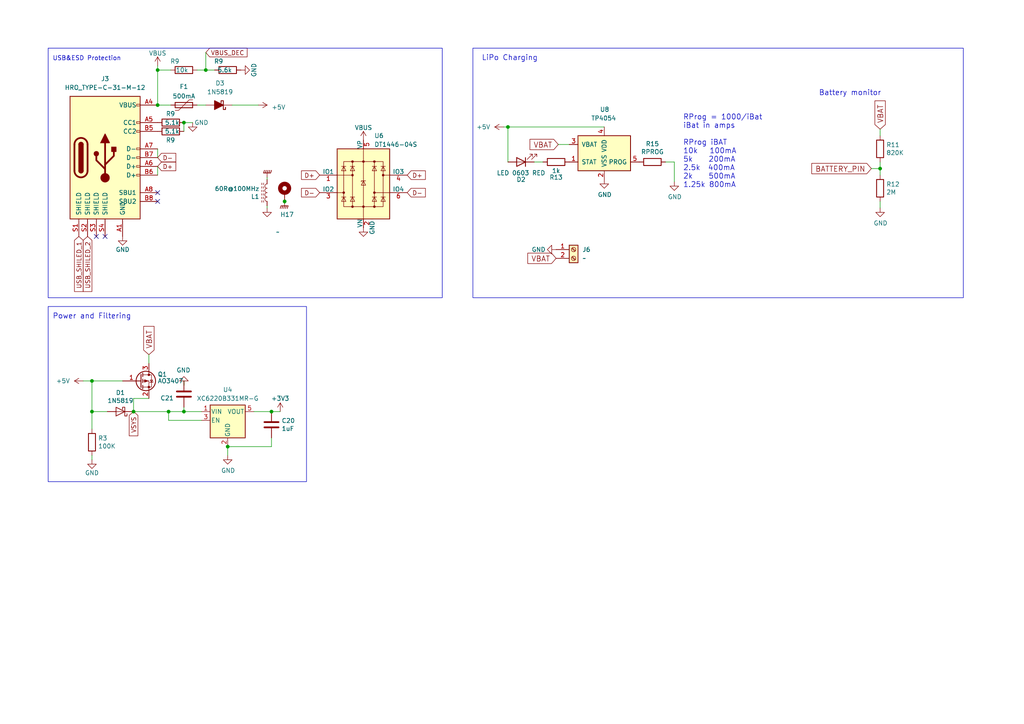
<source format=kicad_sch>
(kicad_sch (version 20230121) (generator eeschema)
  (paper "A4")
  (lib_symbols
    (symbol "Battery_Management:MCP73832-2-OT" (pin_names (offset 1.016))
      (property "Reference" "U" (at -7.62 6.35 0))
      (property "Value" "MCP73832-2-OT" (at 1.27 6.35 0))
      (symbol "MCP73832-2-OT_0_1"
        (rectangle (start -7.62 5.08) (end 7.62 -5.08) (stroke (width 0.254)) (fill (type background)))
      )
      (symbol "MCP73832-2-OT_1_1"
        (pin output line (at 10.16 -2.54 180) (length 2.54) (name "STAT") (number "1"))
        (pin power_in line (at 0 -7.62 90) (length 2.54) (name "VSS") (number "2"))
        (pin power_out line (at 10.16 2.54 180) (length 2.54) (name "VBAT") (number "3"))
        (pin power_in line (at 0 7.62 270) (length 2.54) (name "VDD") (number "4"))
        (pin input line (at -10.16 -2.54 0) (length 2.54) (name "PROG") (number "5"))
      )
    )
    (symbol "Connector:Screw_Terminal_01x02" (pin_names (offset 1.016) hide)
      (property "Reference" "J" (at 0 2.54 0))
      (property "Value" "Screw_Terminal_01x02" (at 0 -5.08 0))
      (symbol "Screw_Terminal_01x02_1_1"
        (rectangle (start -1.27 1.27) (end 1.27 -3.81) (stroke (width 0.254)) (fill (type background)))
        (circle (center 0 -2.54) (radius 0.635) (stroke (width 0.1524)))
        (polyline (pts (xy -0.5334 -2.2098) (xy 0.3302 -3.048)) (stroke (width 0.1524)))
        (polyline (pts (xy -0.5334 0.3302) (xy 0.3302 -0.508)) (stroke (width 0.1524)))
        (polyline (pts (xy -0.3556 -2.032) (xy 0.508 -2.8702)) (stroke (width 0.1524)))
        (polyline (pts (xy -0.3556 0.508) (xy 0.508 -0.3302)) (stroke (width 0.1524)))
        (circle (center 0 0) (radius 0.635) (stroke (width 0.1524)))
        (pin passive line (at -5.08 0 0) (length 3.81) (name "Pin_1") (number "1"))
        (pin passive line (at -5.08 -2.54 0) (length 3.81) (name "Pin_2") (number "2"))
      )
    )
    (symbol "Device:C" (pin_numbers hide) (pin_names (offset 0.254))
      (property "Reference" "C" (at 0.635 2.54 0))
      (property "Value" "C" (at 0.635 -2.54 0))
      (symbol "C_0_1"
        (polyline (pts (xy -2.032 -0.762) (xy 2.032 -0.762)) (stroke (width 0.508)))
        (polyline (pts (xy -2.032 0.762) (xy 2.032 0.762)) (stroke (width 0.508)))
      )
      (symbol "C_1_1"
        (pin passive line (at 0 3.81 270) (length 2.794) (name "~") (number "1"))
        (pin passive line (at 0 -3.81 90) (length 2.794) (name "~") (number "2"))
      )
    )
    (symbol "Device:LED" (pin_numbers hide) (pin_names (offset 1.016) hide)
      (property "Reference" "D" (at 0 2.54 0))
      (property "Value" "LED" (at 0 -2.54 0))
      (symbol "LED_0_1"
        (polyline (pts (xy -1.27 -1.27) (xy -1.27 1.27)) (stroke (width 0.254)))
        (polyline (pts (xy -1.27 0) (xy 1.27 0)))
        (polyline (pts (xy 1.27 -1.27) (xy 1.27 1.27) (xy -1.27 0) (xy 1.27 -1.27)) (stroke (width 0.254)))
        (polyline (pts (xy -3.048 -0.762) (xy -4.572 -2.286) (xy -3.81 -2.286) (xy -4.572 -2.286) (xy -4.572 -1.524)))
        (polyline (pts (xy -1.778 -0.762) (xy -3.302 -2.286) (xy -2.54 -2.286) (xy -3.302 -2.286) (xy -3.302 -1.524)))
      )
      (symbol "LED_1_1"
        (pin passive line (at -3.81 0 0) (length 2.54) (name "K") (number "1"))
        (pin passive line (at 3.81 0 180) (length 2.54) (name "A") (number "2"))
      )
    )
    (symbol "Device:Polyfuse" (pin_numbers hide) (pin_names (offset 0))
      (property "Reference" "F" (at -2.54 0 90))
      (property "Value" "Polyfuse" (at 2.54 0 90))
      (symbol "Polyfuse_0_1"
        (rectangle (start -0.762 2.54) (end 0.762 -2.54) (stroke (width 0.254)))
        (polyline (pts (xy 0 2.54) (xy 0 -2.54)))
        (polyline (pts (xy -1.524 2.54) (xy -1.524 1.524) (xy 1.524 -1.524) (xy 1.524 -2.54)))
      )
      (symbol "Polyfuse_1_1"
        (pin passive line (at 0 3.81 270) (length 1.27) (name "~") (number "1"))
        (pin passive line (at 0 -3.81 90) (length 1.27) (name "~") (number "2"))
      )
    )
    (symbol "Device:R" (pin_numbers hide) (pin_names (offset 0))
      (property "Reference" "R" (at 2.032 0 90))
      (property "Value" "R" (at 0 0 90))
      (symbol "R_0_1"
        (rectangle (start -1.016 -2.54) (end 1.016 2.54) (stroke (width 0.254)))
      )
      (symbol "R_1_1"
        (pin passive line (at 0 3.81 270) (length 1.27) (name "~") (number "1"))
        (pin passive line (at 0 -3.81 90) (length 1.27) (name "~") (number "2"))
      )
    )
    (symbol "GNDPWR_1" (power) (pin_numbers hide) (pin_names (offset 0) hide)
      (property "Value" "GNDPWR_1" (at 0 -3.302 0))
      (symbol "GNDPWR_1_0_1"
        (polyline (pts (xy 0 -1.27) (xy 0 0)))
        (polyline (pts (xy -1.016 -1.27) (xy -1.27 -2.032) (xy -1.27 -2.032)) (stroke (width 0.2032)))
        (polyline (pts (xy -0.508 -1.27) (xy -0.762 -2.032) (xy -0.762 -2.032)) (stroke (width 0.2032)))
        (polyline (pts (xy 0 -1.27) (xy -0.254 -2.032) (xy -0.254 -2.032)) (stroke (width 0.2032)))
        (polyline (pts (xy 0.508 -1.27) (xy 0.254 -2.032) (xy 0.254 -2.032)) (stroke (width 0.2032)))
        (polyline (pts (xy 1.016 -1.27) (xy -1.016 -1.27) (xy -1.016 -1.27)) (stroke (width 0.2032)))
        (polyline (pts (xy 1.016 -1.27) (xy 0.762 -2.032) (xy 0.762 -2.032) (xy 0.762 -2.032)) (stroke (width 0.2032)))
      )
      (symbol "GNDPWR_1_1_1"
        (pin power_in line (at 0 0 270) (length 0) hide (name "GNDPWR") (number "1"))
      )
    )
    (symbol "GND_1" (power) (pin_numbers hide) (pin_names (offset 0) hide)
      (property "Value" "GND_1" (at 0 -3.81 0))
      (symbol "GND_1_0_1"
        (polyline (pts (xy 0 0) (xy 0 -1.27) (xy 1.27 -1.27) (xy 0 -2.54) (xy -1.27 -1.27) (xy 0 -1.27)))
      )
      (symbol "GND_1_1_1"
        (pin power_in line (at 0 0 270) (length 0) hide (name "GND") (number "1"))
      )
    )
    (symbol "Mechanical:MountingHole_Pad" (pin_numbers hide) (pin_names (offset 1.016) hide)
      (property "Reference" "H" (at 0 6.35 0))
      (property "Value" "MountingHole_Pad" (at 0 4.445 0))
      (symbol "MountingHole_Pad_0_1"
        (circle (center 0 1.27) (radius 1.27) (stroke (width 1.27)))
      )
      (symbol "MountingHole_Pad_1_1"
        (pin input line (at 0 -2.54 90) (length 2.54) (name "1") (number "1"))
      )
    )
    (symbol "PCM_Diode_Schottky_AKL:1N5818" (pin_numbers hide) (pin_names (offset 1.016) hide)
      (property "Reference" "D" (at 0 5.08 0))
      (property "Value" "1N5818" (at 0 2.54 0))
      (symbol "1N5818_0_1"
        (polyline (pts (xy -1.27 0) (xy 1.27 0)))
        (polyline (pts (xy -1.27 -1.27) (xy -1.27 1.27) (xy 1.27 0) (xy -1.27 -1.27)) (stroke (width 0.254)) (fill (type outline)))
        (polyline (pts (xy 1.905 -0.635) (xy 1.905 -1.27) (xy 1.27 -1.27) (xy 1.27 1.27) (xy 0.635 1.27) (xy 0.635 0.635)) (stroke (width 0.254)))
      )
      (symbol "1N5818_1_1"
        (pin passive line (at 3.81 0 180) (length 2.54) (name "K") (number "1"))
        (pin passive line (at -3.81 0 0) (length 2.54) (name "A") (number "2"))
      )
    )
    (symbol "Power_Protection:SRV05-4" (pin_names (offset 0))
      (property "Reference" "U" (at -5.08 11.43 0))
      (property "Value" "SRV05-4" (at 2.54 11.43 0))
      (symbol "SRV05-4_0_0"
        (rectangle (start -5.715 6.477) (end 5.715 -6.604))
        (polyline (pts (xy -3.175 -6.604) (xy -3.175 6.477)))
        (polyline (pts (xy 3.175 6.477) (xy 3.175 -6.604)))
      )
      (symbol "SRV05-4_0_1"
        (rectangle (start -7.62 10.16) (end 7.62 -10.16) (stroke (width 0.254)) (fill (type background)))
        (circle (center -5.715 -2.54) (radius 0.2794) (fill (type outline)))
        (circle (center -3.175 -6.604) (radius 0.2794) (fill (type outline)))
        (circle (center -3.175 2.54) (radius 0.2794) (fill (type outline)))
        (circle (center -3.175 6.477) (radius 0.2794) (fill (type outline)))
        (circle (center 0 -6.604) (radius 0.2794) (fill (type outline)))
        (polyline (pts (xy -7.747 2.54) (xy -3.175 2.54)))
        (polyline (pts (xy -7.62 -2.54) (xy -5.715 -2.54)))
        (polyline (pts (xy -5.08 -3.81) (xy -6.35 -3.81)))
        (polyline (pts (xy -5.08 5.08) (xy -6.35 5.08)))
        (polyline (pts (xy -2.54 -3.81) (xy -3.81 -3.81)))
        (polyline (pts (xy -2.54 5.08) (xy -3.81 5.08)))
        (polyline (pts (xy 0 10.16) (xy 0 -10.16)))
        (polyline (pts (xy 3.81 -3.81) (xy 2.54 -3.81)))
        (polyline (pts (xy 3.81 5.08) (xy 2.54 5.08)))
        (polyline (pts (xy 6.35 -3.81) (xy 5.08 -3.81)))
        (polyline (pts (xy 6.35 5.08) (xy 5.08 5.08)))
        (polyline (pts (xy 7.62 -2.54) (xy 3.175 -2.54)))
        (polyline (pts (xy 7.62 2.54) (xy 5.715 2.54)))
        (polyline (pts (xy 0.635 0.889) (xy -0.635 0.889) (xy -0.635 0.635)))
        (polyline (pts (xy -5.08 -5.08) (xy -6.35 -5.08) (xy -5.715 -3.81) (xy -5.08 -5.08)))
        (polyline (pts (xy -5.08 3.81) (xy -6.35 3.81) (xy -5.715 5.08) (xy -5.08 3.81)))
        (polyline (pts (xy -2.54 -5.08) (xy -3.81 -5.08) (xy -3.175 -3.81) (xy -2.54 -5.08)))
        (polyline (pts (xy -2.54 3.81) (xy -3.81 3.81) (xy -3.175 5.08) (xy -2.54 3.81)))
        (polyline (pts (xy 0.635 -0.381) (xy -0.635 -0.381) (xy 0 0.889) (xy 0.635 -0.381)))
        (polyline (pts (xy 3.81 -5.08) (xy 2.54 -5.08) (xy 3.175 -3.81) (xy 3.81 -5.08)))
        (polyline (pts (xy 3.81 3.81) (xy 2.54 3.81) (xy 3.175 5.08) (xy 3.81 3.81)))
        (polyline (pts (xy 6.35 -5.08) (xy 5.08 -5.08) (xy 5.715 -3.81) (xy 6.35 -5.08)))
        (polyline (pts (xy 6.35 3.81) (xy 5.08 3.81) (xy 5.715 5.08) (xy 6.35 3.81)))
        (circle (center 0 6.477) (radius 0.2794) (fill (type outline)))
        (circle (center 3.175 -6.604) (radius 0.2794) (fill (type outline)))
        (circle (center 3.175 -2.54) (radius 0.2794) (fill (type outline)))
        (circle (center 3.175 6.477) (radius 0.2794) (fill (type outline)))
        (circle (center 5.715 2.54) (radius 0.2794) (fill (type outline)))
      )
      (symbol "SRV05-4_1_1"
        (pin passive line (at -12.7 2.54 0) (length 5.08) (name "IO1") (number "1"))
        (pin passive line (at 0 -12.7 90) (length 2.54) (name "VN") (number "2"))
        (pin passive line (at -12.7 -2.54 0) (length 5.08) (name "IO2") (number "3"))
        (pin passive line (at 12.7 2.54 180) (length 5.08) (name "IO3") (number "4"))
        (pin passive line (at 0 12.7 270) (length 2.54) (name "VP") (number "5"))
        (pin passive line (at 12.7 -2.54 180) (length 5.08) (name "IO4") (number "6"))
      )
    )
    (symbol "Regulator_Linear:AP2112K-3.3" (pin_names (offset 0.254))
      (property "Reference" "U" (at -5.08 5.715 0))
      (property "Value" "AP2112K-3.3" (at 0 5.715 0))
      (symbol "AP2112K-3.3_0_1"
        (rectangle (start -5.08 4.445) (end 5.08 -5.08) (stroke (width 0.254)) (fill (type background)))
      )
      (symbol "AP2112K-3.3_1_1"
        (pin power_in line (at -7.62 2.54 0) (length 2.54) (name "VIN") (number "1"))
        (pin power_in line (at 0 -7.62 90) (length 2.54) (name "GND") (number "2"))
        (pin input line (at -7.62 0 0) (length 2.54) (name "EN") (number "3"))
        (pin no_connect line (at 5.08 0 180) (length 2.54) hide (name "NC") (number "4"))
        (pin power_out line (at 7.62 2.54 180) (length 2.54) (name "VOUT") (number "5"))
      )
    )
    (symbol "Unified-Daughterboard-rescue:L_Core_Ferrite-Device" (pin_numbers hide) (pin_names (offset 1.016) hide)
      (property "Reference" "L" (at -1.27 0 90))
      (property "Value" "L_Core_Ferrite-Device" (at 2.794 0 90))
      (symbol "L_Core_Ferrite-Device_0_1"
        (arc (start 0 -2.54) (mid 0.6323 -1.905) (end 0 -1.27))
        (arc (start 0 -1.27) (mid 0.6323 -0.635) (end 0 0))
        (polyline (pts (xy 1.016 -2.794) (xy 1.016 -2.286)))
        (polyline (pts (xy 1.016 -1.778) (xy 1.016 -1.27)))
        (polyline (pts (xy 1.016 -0.762) (xy 1.016 -0.254)))
        (polyline (pts (xy 1.016 0.254) (xy 1.016 0.762)))
        (polyline (pts (xy 1.016 1.27) (xy 1.016 1.778)))
        (polyline (pts (xy 1.016 2.286) (xy 1.016 2.794)))
        (polyline (pts (xy 1.524 -2.286) (xy 1.524 -2.794)))
        (polyline (pts (xy 1.524 -1.27) (xy 1.524 -1.778)))
        (polyline (pts (xy 1.524 -0.254) (xy 1.524 -0.762)))
        (polyline (pts (xy 1.524 0.762) (xy 1.524 0.254)))
        (polyline (pts (xy 1.524 1.778) (xy 1.524 1.27)))
        (polyline (pts (xy 1.524 2.794) (xy 1.524 2.286)))
        (arc (start 0 0) (mid 0.6323 0.635) (end 0 1.27))
        (arc (start 0 1.27) (mid 0.6323 1.905) (end 0 2.54))
      )
      (symbol "L_Core_Ferrite-Device_1_1"
        (pin passive line (at 0 3.81 270) (length 1.27) (name "1") (number "1"))
        (pin passive line (at 0 -3.81 90) (length 1.27) (name "2") (number "2"))
      )
    )
    (symbol "ec_parts:USB_C_Receptacle_USB2.0" (pin_names (offset 1.016))
      (property "Reference" "J3" (at 0 19.05 0))
      (property "Value" "HRO_TYPE-C-31-M-12" (at 0 20.32 0))
      (symbol "USB_C_Receptacle_USB2.0_0_0"
        (rectangle (start 10.16 -4.826) (end 9.144 -5.334))
        (rectangle (start 10.16 -2.286) (end 9.144 -2.794))
        (rectangle (start 10.16 0.254) (end 9.144 -0.254))
        (rectangle (start 10.16 2.794) (end 9.144 2.286))
        (rectangle (start 10.16 7.874) (end 9.144 7.366))
        (rectangle (start 10.16 10.414) (end 9.144 9.906))
        (rectangle (start 10.16 15.494) (end 9.144 14.986))
      )
      (symbol "USB_C_Receptacle_USB2.0_0_1"
        (rectangle (start -10.16 17.78) (end 10.16 -17.78) (stroke (width 0.254)) (fill (type background)))
        (arc (start -8.89 -3.81) (mid -6.985 -5.7067) (end -5.08 -3.81) (stroke (width 0.508)))
        (arc (start -7.62 -3.81) (mid -6.985 -4.4423) (end -6.35 -3.81) (stroke (width 0.254)))
        (arc (start -7.62 -3.81) (mid -6.985 -4.4423) (end -6.35 -3.81) (stroke (width 0.254)) (fill (type outline)))
        (rectangle (start -7.62 -3.81) (end -6.35 3.81) (stroke (width 0.254)) (fill (type outline)))
        (arc (start -6.35 3.81) (mid -6.985 4.4423) (end -7.62 3.81) (stroke (width 0.254)))
        (arc (start -6.35 3.81) (mid -6.985 4.4423) (end -7.62 3.81) (stroke (width 0.254)) (fill (type outline)))
        (arc (start -5.08 3.81) (mid -6.985 5.7067) (end -8.89 3.81) (stroke (width 0.508)))
        (circle (center -2.54 1.143) (radius 0.635) (stroke (width 0.254)) (fill (type outline)))
        (circle (center 0 -5.842) (radius 1.27) (fill (type outline)))
        (polyline (pts (xy -8.89 -3.81) (xy -8.89 3.81)) (stroke (width 0.508)))
        (polyline (pts (xy -5.08 3.81) (xy -5.08 -3.81)) (stroke (width 0.508)))
        (polyline (pts (xy 0 -5.842) (xy 0 4.318)) (stroke (width 0.508)))
        (polyline (pts (xy 0 -3.302) (xy -2.54 -0.762) (xy -2.54 0.508)) (stroke (width 0.508)))
        (polyline (pts (xy 0 -2.032) (xy 2.54 0.508) (xy 2.54 1.778)) (stroke (width 0.508)))
        (polyline (pts (xy -1.27 4.318) (xy 0 6.858) (xy 1.27 4.318) (xy -1.27 4.318)) (stroke (width 0.254)) (fill (type outline)))
        (rectangle (start 1.905 1.778) (end 3.175 3.048) (stroke (width 0.254)) (fill (type outline)))
      )
      (symbol "USB_C_Receptacle_USB2.0_1_1"
        (pin passive line (at 5.08 -22.86 90) (length 5.08) (name "GND") (number "A1"))
        (pin passive line (at 5.08 -22.86 90) (length 5.08) hide (name "GND") (number "A12"))
        (pin passive line (at 15.24 15.24 180) (length 5.08) (name "VBUS") (number "A4"))
        (pin bidirectional line (at 15.24 10.16 180) (length 5.08) (name "CC1") (number "A5"))
        (pin bidirectional line (at 15.24 -2.54 180) (length 5.08) (name "D+") (number "A6"))
        (pin bidirectional line (at 15.24 2.54 180) (length 5.08) (name "D-") (number "A7"))
        (pin bidirectional line (at 15.24 -10.16 180) (length 5.08) (name "SBU1") (number "A8"))
        (pin passive line (at 15.24 15.24 180) (length 5.08) hide (name "VBUS") (number "A9"))
        (pin passive line (at 5.08 -22.86 90) (length 5.08) hide (name "GND") (number "B1"))
        (pin passive line (at 5.08 -22.86 90) (length 5.08) hide (name "GND") (number "B12"))
        (pin passive line (at 15.24 15.24 180) (length 5.08) hide (name "VBUS") (number "B4"))
        (pin bidirectional line (at 15.24 7.62 180) (length 5.08) (name "CC2") (number "B5"))
        (pin bidirectional line (at 15.24 -5.08 180) (length 5.08) (name "D+") (number "B6"))
        (pin bidirectional line (at 15.24 0 180) (length 5.08) (name "D-") (number "B7"))
        (pin bidirectional line (at 15.24 -12.7 180) (length 5.08) (name "SBU2") (number "B8"))
        (pin passive line (at 15.24 15.24 180) (length 5.08) hide (name "VBUS") (number "B9"))
        (pin passive line (at -7.62 -22.86 90) (length 5.08) (name "SHIELD") (number "S1"))
        (pin passive line (at -5.08 -22.86 90) (length 5.08) (name "SHIELD") (number "S2"))
        (pin passive line (at -2.54 -22.86 90) (length 5.08) (name "SHIELD") (number "S3"))
        (pin passive line (at 0 -22.86 90) (length 5.08) (name "SHIELD") (number "S4"))
      )
    )
    (symbol "nrfmicro-rescue:BSS83P" (pin_names (offset 0) hide)
      (property "Reference" "Q" (at 5.08 1.905 0))
      (property "Value" "BSS83P" (at 5.08 0 0))
      (symbol "BSS83P_0_1"
        (polyline (pts (xy 0 0) (xy 0.254 0)))
        (polyline (pts (xy 0.762 -1.778) (xy 2.54 -1.778)))
        (polyline (pts (xy 0.762 -1.27) (xy 0.762 -2.286)) (stroke (width 0.254)))
        (polyline (pts (xy 0.762 0) (xy 2.54 0)))
        (polyline (pts (xy 0.762 0.508) (xy 0.762 -0.508)) (stroke (width 0.254)))
        (polyline (pts (xy 0.762 1.778) (xy 2.54 1.778)))
        (polyline (pts (xy 0.762 2.286) (xy 0.762 1.27)) (stroke (width 0.254)))
        (polyline (pts (xy 2.54 -1.778) (xy 2.54 -2.54)))
        (polyline (pts (xy 2.54 -1.778) (xy 2.54 0)))
        (polyline (pts (xy 2.54 2.54) (xy 2.54 1.778)))
        (polyline (pts (xy 0.254 1.905) (xy 0.254 -1.905) (xy 0.254 -1.905)) (stroke (width 0.254)))
        (polyline (pts (xy 2.286 0) (xy 1.27 -0.381) (xy 1.27 0.381) (xy 2.286 0)) (fill (type outline)))
        (polyline (pts (xy 2.54 -1.778) (xy 3.302 -1.778) (xy 3.302 1.778) (xy 2.54 1.778)))
        (polyline (pts (xy 2.794 -0.508) (xy 2.921 -0.381) (xy 3.683 -0.381) (xy 3.81 -0.254)))
        (polyline (pts (xy 3.302 -0.381) (xy 2.921 0.254) (xy 3.683 0.254) (xy 3.302 -0.381)))
        (circle (center 1.651 0) (radius 2.8194) (stroke (width 0.254)))
        (circle (center 2.54 -1.778) (radius 0.2794) (fill (type outline)))
        (circle (center 2.54 1.778) (radius 0.2794) (fill (type outline)))
      )
      (symbol "BSS83P_1_1"
        (pin input line (at -5.08 0 0) (length 5.08) (name "G") (number "1"))
        (pin passive line (at 2.54 -5.08 90) (length 2.54) (name "S") (number "2"))
        (pin passive line (at 2.54 5.08 270) (length 2.54) (name "D") (number "3"))
      )
    )
    (symbol "nrfmicro-rescue:GND" (power) (pin_names (offset 0))
      (property "Value" "GND" (at 0 -3.81 0))
      (symbol "GND_0_1"
        (polyline (pts (xy 0 0) (xy 0 -1.27) (xy 1.27 -1.27) (xy 0 -2.54) (xy -1.27 -1.27) (xy 0 -1.27)))
      )
      (symbol "GND_1_1"
        (pin power_in line (at 0 0 270) (length 0) hide (name "GND") (number "1"))
      )
    )
    (symbol "nrfmicro-rescue:MBR0520" (pin_numbers hide) (pin_names (offset 1.016) hide)
      (property "Reference" "D" (at 0 2.54 0))
      (property "Value" "MBR0520" (at 0 -2.54 0))
      (symbol "MBR0520_0_1"
        (polyline (pts (xy 1.27 0) (xy -1.27 0)))
        (polyline (pts (xy 1.27 1.27) (xy 1.27 -1.27) (xy -1.27 0) (xy 1.27 1.27)) (stroke (width 0.2032)))
        (polyline (pts (xy -1.905 0.635) (xy -1.905 1.27) (xy -1.27 1.27) (xy -1.27 -1.27) (xy -0.635 -1.27) (xy -0.635 -0.635)) (stroke (width 0.2032)))
      )
      (symbol "MBR0520_1_1"
        (pin passive line (at -3.81 0 0) (length 2.54) (name "K") (number "1"))
        (pin passive line (at 3.81 0 180) (length 2.54) (name "A") (number "2"))
      )
    )
    (symbol "nrfmicro-rescue:R" (pin_numbers hide) (pin_names (offset 0))
      (property "Reference" "R" (at 2.032 0 90))
      (property "Value" "R" (at 0 0 90))
      (symbol "R_0_1"
        (rectangle (start -1.016 -2.54) (end 1.016 2.54) (stroke (width 0.254)))
      )
      (symbol "R_1_1"
        (pin passive line (at 0 3.81 270) (length 1.27) (name "~") (number "1"))
        (pin passive line (at 0 -3.81 90) (length 1.27) (name "~") (number "2"))
      )
    )
    (symbol "power:+3V3" (power) (pin_names (offset 0))
      (property "Value" "+3V3" (at 0 3.556 0))
      (symbol "+3V3_0_1"
        (polyline (pts (xy -0.762 1.27) (xy 0 2.54)))
        (polyline (pts (xy 0 0) (xy 0 2.54)))
        (polyline (pts (xy 0 2.54) (xy 0.762 1.27)))
      )
      (symbol "+3V3_1_1"
        (pin power_in line (at 0 0 90) (length 0) hide (name "+3V3") (number "1"))
      )
    )
    (symbol "power:+5V" (power) (pin_names (offset 0))
      (property "Value" "+5V" (at 0 3.556 0))
      (symbol "+5V_0_1"
        (polyline (pts (xy -0.762 1.27) (xy 0 2.54)))
        (polyline (pts (xy 0 0) (xy 0 2.54)))
        (polyline (pts (xy 0 2.54) (xy 0.762 1.27)))
      )
      (symbol "+5V_1_1"
        (pin power_in line (at 0 0 90) (length 0) hide (name "+5V") (number "1"))
      )
    )
    (symbol "power:GND" (power) (pin_names (offset 0))
      (property "Value" "GND" (at 0 -3.81 0))
      (symbol "GND_0_1"
        (polyline (pts (xy 0 0) (xy 0 -1.27) (xy 1.27 -1.27) (xy 0 -2.54) (xy -1.27 -1.27) (xy 0 -1.27)))
      )
      (symbol "GND_1_1"
        (pin power_in line (at 0 0 270) (length 0) hide (name "GND") (number "1"))
      )
    )
    (symbol "power:VBUS" (power) (pin_names (offset 0))
      (property "Value" "VBUS" (at 0 3.81 0))
      (symbol "VBUS_0_1"
        (polyline (pts (xy -0.762 1.27) (xy 0 2.54)))
        (polyline (pts (xy 0 0) (xy 0 2.54)))
        (polyline (pts (xy 0 2.54) (xy 0.762 1.27)))
      )
      (symbol "VBUS_1_1"
        (pin power_in line (at 0 0 90) (length 0) hide (name "VBUS") (number "1"))
      )
    )
  )
  (junction (at 38.735 119.38))
  (junction (at 66.04 129.54))
  (junction (at 26.67 110.49))
  (junction (at 45.72 30.48))
  (junction (at 53.34 35.56))
  (junction (at 59.69 20.32))
  (junction (at 255.27 48.895))
  (junction (at 26.67 119.38))
  (junction (at 53.34 119.38))
  (junction (at 48.895 119.38))
  (junction (at 78.74 119.38))
  (junction (at 45.72 20.32))
  (junction (at 147.32 36.83))
  (junction (at 82.55 58.42))
  (no_connect (at 30.48 68.58))
  (no_connect (at 27.94 68.58))
  (no_connect (at 45.72 55.88))
  (no_connect (at 45.72 58.42))
  (wire (pts (xy 58.42 121.92) (xy 48.895 121.92)))
  (wire (pts (xy 255.27 58.42) (xy 255.27 60.325)))
  (wire (pts (xy 26.67 110.49) (xy 24.13 110.49)))
  (wire (pts (xy 154.94 46.99) (xy 157.48 46.99)))
  (wire (pts (xy 59.69 30.48) (xy 57.15 30.48)))
  (wire (pts (xy 58.42 119.38) (xy 53.34 119.38)))
  (wire (pts (xy 66.04 132.08) (xy 66.04 129.54)))
  (wire (pts (xy 45.72 20.32) (xy 45.72 30.48)))
  (wire (pts (xy 255.27 37.465) (xy 255.27 39.37)))
  (wire (pts (xy 43.18 102.87) (xy 43.18 105.41)))
  (wire (pts (xy 67.31 30.48) (xy 74.93 30.48)))
  (wire (pts (xy 77.47 60.325) (xy 77.47 59.69)))
  (wire (pts (xy 147.32 46.99) (xy 147.32 36.83)))
  (wire (pts (xy 26.67 110.49) (xy 26.67 119.38)))
  (wire (pts (xy 26.67 110.49) (xy 35.56 110.49)))
  (wire (pts (xy 49.53 30.48) (xy 45.72 30.48)))
  (wire (pts (xy 147.32 36.83) (xy 175.26 36.83)))
  (wire (pts (xy 53.34 35.56) (xy 53.34 38.1)))
  (wire (pts (xy 45.72 48.26) (xy 45.72 50.8)))
  (wire (pts (xy 78.74 127) (xy 78.74 129.54)))
  (wire (pts (xy 81.28 119.38) (xy 78.74 119.38)))
  (wire (pts (xy 62.23 20.32) (xy 59.69 20.32)))
  (wire (pts (xy 38.735 119.38) (xy 48.895 119.38)))
  (wire (pts (xy 252.73 48.895) (xy 255.27 48.895)))
  (wire (pts (xy 48.895 119.38) (xy 53.34 119.38)))
  (wire (pts (xy 59.69 15.24) (xy 59.69 20.32)))
  (wire (pts (xy 26.67 119.38) (xy 26.67 124.46)))
  (wire (pts (xy 161.925 41.91) (xy 165.1 41.91)))
  (wire (pts (xy 195.58 46.99) (xy 195.58 52.705)))
  (wire (pts (xy 38.735 115.57) (xy 38.735 119.38)))
  (wire (pts (xy 45.72 19.05) (xy 45.72 20.32)))
  (wire (pts (xy 78.74 119.38) (xy 73.66 119.38)))
  (wire (pts (xy 55.88 35.56) (xy 53.34 35.56)))
  (wire (pts (xy 146.05 36.83) (xy 147.32 36.83)))
  (wire (pts (xy 77.47 52.07) (xy 77.47 51.435)))
  (wire (pts (xy 45.72 43.18) (xy 45.72 45.72)))
  (wire (pts (xy 49.53 20.32) (xy 45.72 20.32)))
  (wire (pts (xy 193.04 46.99) (xy 195.58 46.99)))
  (wire (pts (xy 53.34 110.49) (xy 53.34 111.76)))
  (wire (pts (xy 26.67 132.08) (xy 26.67 133.35)))
  (wire (pts (xy 26.67 119.38) (xy 31.115 119.38)))
  (wire (pts (xy 53.34 118.11) (xy 53.34 119.38)))
  (wire (pts (xy 78.74 129.54) (xy 66.04 129.54)))
  (wire (pts (xy 59.69 20.32) (xy 57.15 20.32)))
  (wire (pts (xy 38.735 115.57) (xy 43.18 115.57)))
  (wire (pts (xy 82.55 59.055) (xy 82.55 58.42)))
  (wire (pts (xy 255.27 48.895) (xy 255.27 50.8)))
  (wire (pts (xy 48.895 121.92) (xy 48.895 119.38)))
  (wire (pts (xy 255.27 46.99) (xy 255.27 48.895)))
  (rectangle (start 137.16 13.97) (end 279.4 86.36))
  (rectangle (start 13.97 13.97) (end 128.27 86.36))
  (rectangle (start 13.97 88.9) (end 88.9 139.7))
  (text "USB&ESD Protection" (at 15.24 17.78 0) (effects (font (size 1.27 1.27)) (justify left bottom)))
  (text "RProg = 1000/iBat\niBat in amps\n\nRProg iBAT\n10k   100mA\n5k    200mA\n2.5k  400mA\n2k    500mA\n1.25k 800mA" (at 198.12 54.61 0) (effects (font (size 1.524 1.524)) (justify left bottom)))
  (text "Battery monitor" (at 237.49 27.94 0) (effects (font (size 1.524 1.524)) (justify left bottom)))
  (text "Power and Filtering" (at 15.24 92.71 0) (effects (font (size 1.524 1.524)) (justify left bottom)))
  (text "LiPo Charging\n" (at 139.7 17.78 0) (effects (font (size 1.524 1.524)) (justify left bottom)))
  (global_label "VBAT" (shape input) (at 161.29 74.93 180) (effects (font (size 1.524 1.524))) (property "Intersheetrefs" "${INTERSHEET_REFS}" (effects hide)))
  (global_label "D-" (shape input) (at 45.72 45.72 0) (property "Intersheetrefs" "${INTERSHEET_REFS}" (effects hide)))
  (global_label "VBAT" (shape input) (at 161.925 41.91 180) (effects (font (size 1.524 1.524))) (property "Intersheetrefs" "${INTERSHEET_REFS}" (effects hide)))
  (global_label "VBAT" (shape input) (at 255.27 37.465 90) (effects (font (size 1.524 1.524))) (property "Intersheetrefs" "${INTERSHEET_REFS}" (effects hide)))
  (global_label "BATTERY_PIN" (shape input) (at 252.73 48.895 180) (effects (font (size 1.524 1.524))) (property "Intersheetrefs" "${INTERSHEET_REFS}" (effects hide)))
  (global_label "D-" (shape input) (at 92.71 55.88 180) (property "Intersheetrefs" "${INTERSHEET_REFS}" (effects hide)))
  (global_label "D+" (shape input) (at 45.72 48.26 0) (property "Intersheetrefs" "${INTERSHEET_REFS}" (effects hide)))
  (global_label "D-" (shape input) (at 118.11 55.88 0) (property "Intersheetrefs" "${INTERSHEET_REFS}" (effects hide)))
  (global_label "VBUS_DEC" (shape input) (at 59.69 15.24 0) (property "Intersheetrefs" "${INTERSHEET_REFS}" (effects hide)))
  (global_label "USB_SHILED_1" (shape input) (at 22.86 68.58 270) (property "Intersheetrefs" "${INTERSHEET_REFS}" (effects hide)))
  (global_label "D+" (shape input) (at 92.71 50.8 180) (property "Intersheetrefs" "${INTERSHEET_REFS}" (effects hide)))
  (global_label "VSYS" (shape input) (at 38.735 119.38 270) (property "Intersheetrefs" "${INTERSHEET_REFS}" (effects hide)))
  (global_label "VBAT" (shape input) (at 43.18 102.87 90) (effects (font (size 1.524 1.524))) (property "Intersheetrefs" "${INTERSHEET_REFS}" (effects hide)))
  (global_label "D+" (shape input) (at 118.11 50.8 0) (property "Intersheetrefs" "${INTERSHEET_REFS}" (effects hide)))
  (global_label "USB_SHILED_2" (shape input) (at 25.4 68.58 270) (property "Intersheetrefs" "${INTERSHEET_REFS}" (effects hide)))
  (symbol (lib_id "nrfmicro-rescue:GND") (at 26.67 133.35 0) (unit 1)
    (property "Reference" "#PWR041" (effects hide))
    (property "Value" "GND" (at 26.67 137.16 0))
    (instances (project "keyboard_left" (path "" (reference "#PWR041") (unit 1))) (project "nrfmicro" (path "" (reference "#PWR017") (unit 1))))
  )
  (symbol (lib_id "nrfmicro-rescue:GND") (at 53.34 111.76 180) (unit 1)
    (property "Reference" "#PWR019" (effects hide))
    (property "Value" "GND" (at 53.213 107.3658 0))
    (instances (project "keyboard_left" (path "" (reference "#PWR019") (unit 1))) (project "nrfmicro" (path "" (reference "#PWR0119") (unit 1))))
  )
  (symbol (lib_name "GND_1") (lib_id "power:GND") (at 77.47 60.325 0) (unit 1)
    (property "Reference" "#PWR032" (effects hide))
    (property "Value" "GND" (effects hide))
    (instances (project "keyboard_left" (path "" (reference "#PWR032") (unit 1))) (project "UDB" (path "" (reference "#PWR016") (unit 1))))
  )
  (symbol (lib_id "nrfmicro-rescue:BSS83P") (at 40.64 110.49 0) (unit 1)
    (property "Reference" "Q1" (at 45.72 108.585 0) (effects (justify left)))
    (property "Value" "AO3407" (at 45.72 110.49 0) (effects (justify left)))
    (property "Footprint" "PCM_Package_TO_SOT_SMD_AKL:SOT-23" (effects hide))
  )
  (symbol (lib_id "power:+5V") (at 24.13 110.49 90) (unit 1)
    (property "Reference" "#PWR024" (effects hide))
    (property "Value" "+5V" (at 20.32 110.4899 90) (effects (justify left)))
    (instances (project "keyboard_left" (path "" (reference "#PWR024") (unit 1))) (project "EC60" (path "" (reference "#PWR010") (unit 1))))
  )
  (symbol (lib_id "nrfmicro-rescue:GND") (at 105.41 66.04 0) (unit 1)
    (property "Reference" "#PWR029" (effects hide))
    (property "Value" "GND" (at 107.95 66.04 90))
    (instances (project "esp32_hub_right" (path "" (reference "#PWR029") (unit 1))) (project "keyboard_left" (path "" (reference "#PWR010") (unit 1)) (path "" (reference "#PWR016") (unit 1))) (project "nrfmicro" (path "" (reference "#PWR0119") (unit 1))))
  )
  (symbol (lib_id "ec_parts:USB_C_Receptacle_USB2.0") (at 30.48 45.72 0) (unit 1)
    (property "Reference" "J3" (at 30.48 22.86 0))
    (property "Value" "HRO_TYPE-C-31-M-12" (at 30.48 25.4 0))
    (property "Footprint" "ec_parts:USB_C_Receptacle_HRO_TYPE-C-31-M-12" (effects hide))
    (property "Datasheet" "https://www.usb.org/sites/default/files/documents/usb_type-c.zip" (effects hide))
  )
  (symbol (lib_id "nrfmicro-rescue:R") (at 161.29 46.99 90) (unit 1)
    (property "Reference" "R13" (at 161.29 51.435 90))
    (property "Value" "1k" (at 161.29 49.53 90))
    (property "Footprint" "PCM_Resistor_SMD_AKL:R_0603_1608Metric_Pad0.98x0.95mm" (effects hide))
    (instances (project "keyboard_left" (path "" (reference "R13") (unit 1))) (project "nrfmicro" (path "" (reference "R8") (unit 1))))
  )
  (symbol (lib_id "nrfmicro-rescue:R") (at 189.23 46.99 90) (unit 1)
    (property "Reference" "R15" (at 189.23 41.7322 90))
    (property "Value" "RPROG" (at 189.23 44.0436 90))
    (property "Footprint" "PCM_Resistor_SMD_AKL:R_0603_1608Metric_Pad0.98x0.95mm" (effects hide))
    (property "Comment" "RPROG = 1000/(iBat in amps)" (effects hide))
    (instances (project "keyboard_left" (path "" (reference "R15") (unit 1))) (project "nrfmicro" (path "" (reference "R5") (unit 1))))
  )
  (symbol (lib_id "Regulator_Linear:AP2112K-3.3") (at 66.04 121.92 0) (unit 1)
    (property "Reference" "U4" (at 66.04 113.03 0))
    (property "Value" "XC6220B331MR-G" (at 66.04 115.57 0))
    (property "Footprint" "PCM_Package_TO_SOT_SMD_AKL:SOT-23-5" (effects hide))
    (property "Datasheet" "https://product.torexsemi.com/system/files/series/xc6220.pdf" (effects hide))
    (instances (project "keyboard_left" (path "" (reference "U4") (unit 1))) (project "nrfmicro" (path "" (reference "U2") (unit 1))))
  )
  (symbol (lib_id "power:GND") (at 195.58 52.705 0) (unit 1)
    (property "Reference" "#PWR056" (effects hide))
    (property "Value" "GND" (at 195.707 57.0992 0))
    (instances (project "keyboard_left" (path "" (reference "#PWR056") (unit 1))) (project "nrfmicro" (path "" (reference "#PWR0116") (unit 1))))
  )
  (symbol (lib_id "Device:R") (at 66.04 20.32 90) (unit 1)
    (property "Reference" "R9" (at 64.77 17.78 90) (effects (justify left)))
    (property "Value" "5.6k" (at 67.31 20.32 90) (effects (justify left)))
    (property "Footprint" "PCM_Resistor_SMD_AKL:R_0603_1608Metric_Pad0.98x0.95mm" (effects hide))
    (property "Digi-Key_PN" "311-10KGRCT-ND" (effects hide))
    (instances (project "esp32_hub_right" (path "" (reference "R9") (unit 1))) (project "rp2040_controller" (path "" (reference "R3") (unit 1))) (project "keyboard_left" (path "" (reference "R6") (unit 1)) (path "" (reference "R6") (unit 1))))
  )
  (symbol (lib_id "Unified-Daughterboard-rescue:L_Core_Ferrite-Device") (at 77.47 55.88 180) (unit 1)
    (property "Reference" "L1" (at 75.2348 57.023 0) (effects (justify left)))
    (property "Value" "60R@100MHz" (at 75.2348 54.737 0) (effects (justify left)))
    (property "Footprint" "PCM_Inductor_SMD_AKL:L_1206_3216Metric" (effects hide))
    (property "Manufacturer" "MELED Industrial" (effects hide))
    (property "Manufacturer Part Number" "MLB3216-600P4A(f)" (effects hide))
    (property "Package" "L1206" (effects hide))
    (property "LCSC Part Number" "C33600" (effects hide))
  )
  (symbol (lib_id "nrfmicro-rescue:GND") (at 55.88 35.56 0) (unit 1)
    (property "Reference" "#PWR029" (effects hide))
    (property "Value" "GND" (at 58.42 35.56 0))
    (instances (project "esp32_hub_right" (path "" (reference "#PWR029") (unit 1))) (project "keyboard_left" (path "" (reference "#PWR01") (unit 1)) (path "" (reference "#PWR018") (unit 1))) (project "nrfmicro" (path "" (reference "#PWR0119") (unit 1))))
  )
  (symbol (lib_id "Power_Protection:SRV05-4") (at 105.41 53.34 0) (unit 1)
    (property "Reference" "U6" (at 108.5597 39.37 0) (effects (justify left)))
    (property "Value" "DT1446-04S" (at 108.5597 41.91 0) (effects (justify left)))
    (property "Footprint" "PCM_Package_TO_SOT_SMD_AKL:SOT-363_SC-70-6_Handsoldering" (effects hide))
    (property "Datasheet" "http://www.onsemi.com/pub/Collateral/SRV05-4-D.PDF" (effects hide))
  )
  (symbol (lib_id "power:+5V") (at 74.93 30.48 270) (unit 1)
    (property "Reference" "#PWR022" (effects hide))
    (property "Value" "+5V" (at 78.74 31.115 90) (effects (justify left)))
    (instances (project "keyboard_left" (path "" (reference "#PWR022") (unit 1))) (project "EC60" (path "" (reference "#PWR010") (unit 1))))
  )
  (symbol (lib_id "Device:R") (at 255.27 54.61 0) (unit 1)
    (property "Reference" "R12" (at 257.048 53.4416 0) (effects (justify left)))
    (property "Value" "2M" (at 257.048 55.753 0) (effects (justify left)))
    (property "Footprint" "PCM_Resistor_SMD_AKL:R_0603_1608Metric_Pad0.98x0.95mm" (effects hide))
    (instances (project "keyboard_left" (path "" (reference "R12") (unit 1))) (project "nrfmicro" (path "" (reference "R7") (unit 1))))
  )
  (symbol (lib_id "Device:R") (at 255.27 43.18 0) (unit 1)
    (property "Reference" "R11" (at 257.048 42.0116 0) (effects (justify left)))
    (property "Value" "820K" (at 257.048 44.323 0) (effects (justify left)))
    (property "Footprint" "PCM_Resistor_SMD_AKL:R_0603_1608Metric_Pad0.98x0.95mm" (effects hide))
    (instances (project "keyboard_left" (path "" (reference "R11") (unit 1))) (project "nrfmicro" (path "" (reference "R6") (unit 1))))
  )
  (symbol (lib_id "Connector:Screw_Terminal_01x02") (at 166.37 72.39 0) (unit 1)
    (property "Reference" "J6" (at 168.91 72.3899 0) (effects (justify left)))
    (property "Value" "~" (at 168.91 74.9299 0) (effects (justify left)))
    (property "Footprint" "ec_parts:PinHeader_1x02_P2.00mm_Vertical" (effects hide))
  )
  (symbol (lib_id "power:VBUS") (at 105.41 40.64 0) (unit 1)
    (property "Reference" "#PWR03" (effects hide))
    (property "Value" "VBUS" (at 105.41 37.0355 0))
  )
  (symbol (lib_id "power:+3V3") (at 81.28 119.38 0) (unit 1)
    (property "Reference" "#PWR036" (effects hide))
    (property "Value" "+3V3" (at 81.28 115.57 0))
    (instances (project "esp32_hub_right" (path "" (reference "#PWR036") (unit 1))) (project "keyboard_left" (path "" (reference "#PWR017") (unit 1)) (path "" (reference "#PWR035") (unit 1))))
  )
  (symbol (lib_id "Device:Polyfuse") (at 53.34 30.48 270) (unit 1)
    (property "Reference" "F1" (at 53.34 25.1165 90))
    (property "Value" "500mA" (at 53.34 27.8916 90))
    (property "Footprint" "PCM_Fuse_AKL:Fuse_1206_3216Metric" (effects hide))
    (property "LCSC" "C70076" (effects hide))
  )
  (symbol (lib_id "Device:R") (at 49.53 38.1 90) (mirror x) (unit 1)
    (property "Reference" "R9" (at 50.8 40.64 90) (effects (justify left)))
    (property "Value" "5.1k" (at 52.07 38.1 90) (effects (justify left)))
    (property "Footprint" "PCM_Resistor_SMD_AKL:R_0603_1608Metric_Pad0.98x0.95mm" (effects hide))
    (property "Digi-Key_PN" "311-10KGRCT-ND" (effects hide))
    (instances (project "esp32_hub_right" (path "" (reference "R9") (unit 1))) (project "rp2040_controller" (path "" (reference "R3") (unit 1))) (project "keyboard_left" (path "" (reference "R2") (unit 1)) (path "" (reference "R2") (unit 1))))
  )
  (symbol (lib_id "Device:R") (at 53.34 20.32 90) (unit 1)
    (property "Reference" "R9" (at 52.07 17.78 90) (effects (justify left)))
    (property "Value" "10k" (at 54.61 20.32 90) (effects (justify left)))
    (property "Footprint" "PCM_Resistor_SMD_AKL:R_0603_1608Metric_Pad0.98x0.95mm" (effects hide))
    (property "Digi-Key_PN" "311-10KGRCT-ND" (effects hide))
    (instances (project "esp32_hub_right" (path "" (reference "R9") (unit 1))) (project "rp2040_controller" (path "" (reference "R3") (unit 1))) (project "keyboard_left" (path "" (reference "R5") (unit 1)) (path "" (reference "R5") (unit 1))))
  )
  (symbol (lib_id "Device:C") (at 53.34 114.3 180) (unit 1)
    (property "Reference" "C21" (at 50.419 115.4684 0) (effects (justify left)))
    (property "Value" "1uF" (effects hide))
    (property "Footprint" "PCM_Capacitor_SMD_AKL:C_0603_1608Metric_Pad1.08x0.95mm" (effects hide))
    (property "Digi-Key_PN" "1276-6524-1-ND" (effects hide))
    (instances (project "esp32_hub_right" (path "" (reference "C21") (unit 1))) (project "rp2040_controller" (path "" (reference "C6") (unit 1))) (project "keyboard_left" (path "" (reference "C3") (unit 1)) (path "" (reference "C3") (unit 1))))
  )
  (symbol (lib_id "power:GND") (at 175.26 52.07 0) (unit 1)
    (property "Reference" "#PWR054" (effects hide))
    (property "Value" "GND" (at 175.387 56.4642 0))
    (instances (project "keyboard_left" (path "" (reference "#PWR054") (unit 1))) (project "nrfmicro" (path "" (reference "#PWR0103") (unit 1))))
  )
  (symbol (lib_id "nrfmicro-rescue:GND") (at 66.04 132.08 0) (unit 1)
    (property "Reference" "#PWR042" (effects hide))
    (property "Value" "GND" (at 66.167 136.4742 0))
    (instances (project "keyboard_left" (path "" (reference "#PWR042") (unit 1))) (project "nrfmicro" (path "" (reference "#PWR0119") (unit 1))))
  )
  (symbol (lib_id "Mechanical:MountingHole_Pad") (at 82.55 55.88 0) (unit 1)
    (property "Reference" "H17" (at 81.28 62.23 0) (effects (justify left)))
    (property "Value" "~" (at 80.01 67.31 0) (effects (justify left)))
    (property "Footprint" "ec_parts:PinHeader_1x01" (effects hide))
  )
  (symbol (lib_id "nrfmicro-rescue:GND") (at 255.27 60.325 0) (unit 1)
    (property "Reference" "#PWR053" (effects hide))
    (property "Value" "GND" (at 255.397 64.7192 0))
    (instances (project "keyboard_left" (path "" (reference "#PWR053") (unit 1))) (project "nrfmicro" (path "" (reference "#PWR0102") (unit 1))))
  )
  (symbol (lib_id "Battery_Management:MCP73832-2-OT") (at 175.26 44.45 0) (mirror y) (unit 1)
    (property "Reference" "U8" (at 173.99 31.75 0) (effects (justify right)))
    (property "Value" "TP4054" (at 171.45 34.29 0) (effects (justify right)))
    (property "Footprint" "PCM_Package_TO_SOT_SMD_AKL:SOT-23-5" (effects hide))
    (property "Datasheet" "http://ww1.microchip.com/downloads/en/DeviceDoc/20001984g.pdf" (effects hide))
    (instances (project "keyboard_left" (path "" (reference "U8") (unit 1))) (project "nrfmicro" (path "" (reference "U3") (unit 1))))
  )
  (symbol (lib_name "GNDPWR_1") (lib_id "power:GNDPWR") (at 82.55 58.42 0) (unit 1)
    (property "Reference" "#PWR038" (effects hide))
    (property "Value" "GNDPWR" (effects hide))
    (instances (project "keyboard_left" (path "" (reference "#PWR038") (unit 1))) (project "UDB" (path "" (reference "#PWR017") (unit 1))))
  )
  (symbol (lib_id "nrfmicro-rescue:R") (at 26.67 128.27 0) (unit 1)
    (property "Reference" "R3" (at 28.448 127.1016 0) (effects (justify left)))
    (property "Value" "100K" (at 28.448 129.413 0) (effects (justify left)))
    (property "Footprint" "PCM_Resistor_SMD_AKL:R_0603_1608Metric_Pad0.98x0.95mm" (effects hide))
    (instances (project "keyboard_left" (path "" (reference "R3") (unit 1))) (project "nrfmicro" (path "" (reference "R1") (unit 1))))
  )
  (symbol (lib_id "power:VBUS") (at 45.72 19.05 0) (unit 1)
    (property "Reference" "#PWR06" (effects hide))
    (property "Value" "VBUS" (at 45.72 15.4455 0))
    (instances (project "keyboard_left" (path "" (reference "#PWR06") (unit 1))) (project "EC60" (path "" (reference "#PWR03") (unit 1))))
  )
  (symbol (lib_id "nrfmicro-rescue:GND") (at 69.85 20.32 90) (unit 1)
    (property "Reference" "#PWR025" (effects hide))
    (property "Value" "GND" (at 73.66 20.32 0))
    (instances (project "esp32_hub_right" (path "" (reference "#PWR025") (unit 1))) (project "keyboard_left" (path "" (reference "#PWR014") (unit 1)) (path "" (reference "#PWR020") (unit 1))) (project "nrfmicro" (path "" (reference "#PWR017") (unit 1))))
  )
  (symbol (lib_id "PCM_Diode_Schottky_AKL:1N5818") (at 63.5 30.48 0) (unit 1)
    (property "Reference" "D3" (at 63.8175 24.13 0))
    (property "Value" "1N5819" (at 63.8175 26.67 0))
    (property "Footprint" "PCM_Diode_SMD_AKL:D_SOD-123" (effects hide))
    (property "Datasheet" "https://www.tme.eu/Document/1dcb17797cd83f32e896ece3030f14cc/1n5817-19.pdf" (effects hide))
  )
  (symbol (lib_name "GNDPWR_1") (lib_id "power:GNDPWR") (at 77.47 51.435 180) (unit 1)
    (property "Reference" "#PWR033" (effects hide))
    (property "Value" "GNDPWR" (effects hide))
    (instances (project "keyboard_left" (path "" (reference "#PWR033") (unit 1))) (project "UDB" (path "" (reference "#PWR017") (unit 1))))
  )
  (symbol (lib_id "power:+5V") (at 146.05 36.83 90) (unit 1)
    (property "Reference" "#PWR027" (effects hide))
    (property "Value" "+5V" (at 142.24 36.8299 90) (effects (justify left)))
    (instances (project "keyboard_left" (path "" (reference "#PWR027") (unit 1))) (project "EC60" (path "" (reference "#PWR010") (unit 1))))
  )
  (symbol (lib_id "Device:LED") (at 151.13 46.99 180) (unit 1)
    (property "Reference" "D2" (at 151.13 52.07 0))
    (property "Value" "LED 0603 RED" (at 151.13 50.165 0))
    (property "Footprint" "LED_SMD:LED_0603_1608Metric" (effects hide))
    (instances (project "keyboard_left" (path "" (reference "D2") (unit 1))) (project "nrfmicro" (path "" (reference "D3") (unit 1))))
  )
  (symbol (lib_id "nrfmicro-rescue:GND") (at 35.56 68.58 0) (unit 1)
    (property "Reference" "#PWR029" (effects hide))
    (property "Value" "GND" (at 35.56 72.39 0))
    (instances (project "esp32_hub_right" (path "" (reference "#PWR029") (unit 1))) (project "keyboard_left" (path "" (reference "#PWR010") (unit 1)) (path "" (reference "#PWR05") (unit 1))) (project "nrfmicro" (path "" (reference "#PWR0119") (unit 1))))
  )
  (symbol (lib_id "power:GND") (at 161.29 72.39 270) (unit 1)
    (property "Reference" "#PWR010" (effects hide))
    (property "Value" "GND" (at 156.21 72.39 90))
    (instances (project "keyboard_left" (path "" (reference "#PWR010") (unit 1))) (project "nrfmicro" (path "" (reference "#PWR0103") (unit 1))))
  )
  (symbol (lib_id "Device:R") (at 49.53 35.56 90) (unit 1)
    (property "Reference" "R9" (at 50.8 33.02 90) (effects (justify left)))
    (property "Value" "5.1k" (at 52.07 35.56 90) (effects (justify left)))
    (property "Footprint" "PCM_Resistor_SMD_AKL:R_0603_1608Metric_Pad0.98x0.95mm" (effects hide))
    (property "Digi-Key_PN" "311-10KGRCT-ND" (effects hide))
    (instances (project "esp32_hub_right" (path "" (reference "R9") (unit 1))) (project "rp2040_controller" (path "" (reference "R3") (unit 1))) (project "keyboard_left" (path "" (reference "R4") (unit 1)) (path "" (reference "R4") (unit 1))))
  )
  (symbol (lib_id "nrfmicro-rescue:MBR0520") (at 34.925 119.38 180) (unit 1)
    (property "Reference" "D1" (at 34.925 113.8936 0))
    (property "Value" "1N5819" (at 34.925 116.205 0))
    (property "Footprint" "PCM_Diode_SMD_AKL:D_SOD-323F" (effects hide))
  )
  (symbol (lib_id "Device:C") (at 78.74 123.19 0) (unit 1)
    (property "Reference" "C20" (at 81.661 122.0216 0) (effects (justify left)))
    (property "Value" "1uF" (at 81.661 124.333 0) (effects (justify left)))
    (property "Footprint" "PCM_Capacitor_SMD_AKL:C_0603_1608Metric_Pad1.08x0.95mm" (effects hide))
    (property "Digi-Key_PN" "1276-6524-1-ND" (effects hide))
    (instances (project "esp32_hub_right" (path "" (reference "C20") (unit 1))) (project "rp2040_controller" (path "" (reference "C14") (unit 1))) (project "keyboard_left" (path "" (reference "C4") (unit 1)) (path "" (reference "C4") (unit 1))))
  )
)
</source>
